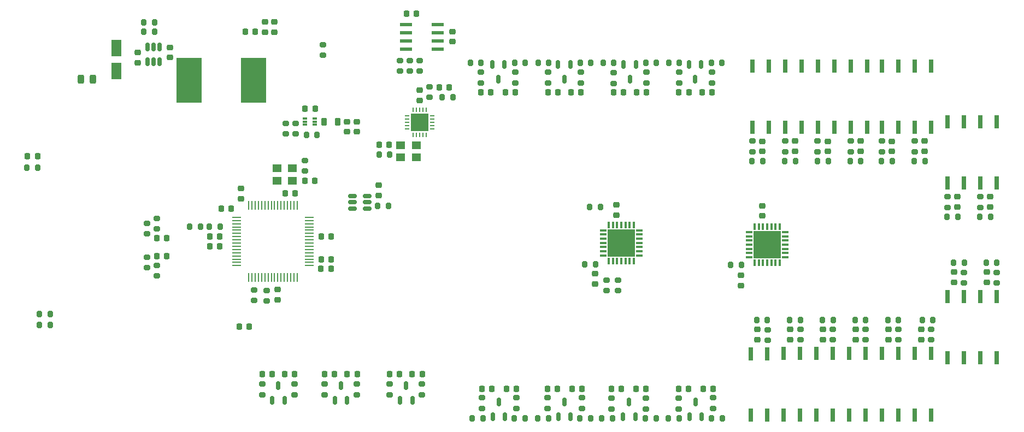
<source format=gbr>
%TF.GenerationSoftware,KiCad,Pcbnew,8.0.5*%
%TF.CreationDate,2024-09-28T09:45:59+02:00*%
%TF.ProjectId,PIC18F_ETH,50494331-3846-45f4-9554-482e6b696361,rev?*%
%TF.SameCoordinates,Original*%
%TF.FileFunction,Paste,Top*%
%TF.FilePolarity,Positive*%
%FSLAX46Y46*%
G04 Gerber Fmt 4.6, Leading zero omitted, Abs format (unit mm)*
G04 Created by KiCad (PCBNEW 8.0.5) date 2024-09-28 09:45:59*
%MOMM*%
%LPD*%
G01*
G04 APERTURE LIST*
G04 Aperture macros list*
%AMRoundRect*
0 Rectangle with rounded corners*
0 $1 Rounding radius*
0 $2 $3 $4 $5 $6 $7 $8 $9 X,Y pos of 4 corners*
0 Add a 4 corners polygon primitive as box body*
4,1,4,$2,$3,$4,$5,$6,$7,$8,$9,$2,$3,0*
0 Add four circle primitives for the rounded corners*
1,1,$1+$1,$2,$3*
1,1,$1+$1,$4,$5*
1,1,$1+$1,$6,$7*
1,1,$1+$1,$8,$9*
0 Add four rect primitives between the rounded corners*
20,1,$1+$1,$2,$3,$4,$5,0*
20,1,$1+$1,$4,$5,$6,$7,0*
20,1,$1+$1,$6,$7,$8,$9,0*
20,1,$1+$1,$8,$9,$2,$3,0*%
G04 Aperture macros list end*
%ADD10C,0.000000*%
%ADD11RoundRect,0.200000X-0.200000X-0.275000X0.200000X-0.275000X0.200000X0.275000X-0.200000X0.275000X0*%
%ADD12RoundRect,0.200000X-0.275000X0.200000X-0.275000X-0.200000X0.275000X-0.200000X0.275000X0.200000X0*%
%ADD13RoundRect,0.225000X0.250000X-0.225000X0.250000X0.225000X-0.250000X0.225000X-0.250000X-0.225000X0*%
%ADD14R,0.640000X2.000000*%
%ADD15RoundRect,0.200000X0.200000X0.275000X-0.200000X0.275000X-0.200000X-0.275000X0.200000X-0.275000X0*%
%ADD16RoundRect,0.225000X-0.225000X-0.250000X0.225000X-0.250000X0.225000X0.250000X-0.225000X0.250000X0*%
%ADD17RoundRect,0.200000X0.275000X-0.200000X0.275000X0.200000X-0.275000X0.200000X-0.275000X-0.200000X0*%
%ADD18RoundRect,0.225000X0.225000X0.250000X-0.225000X0.250000X-0.225000X-0.250000X0.225000X-0.250000X0*%
%ADD19RoundRect,0.218750X0.256250X-0.218750X0.256250X0.218750X-0.256250X0.218750X-0.256250X-0.218750X0*%
%ADD20RoundRect,0.225000X-0.250000X0.225000X-0.250000X-0.225000X0.250000X-0.225000X0.250000X0.225000X0*%
%ADD21RoundRect,0.150000X-0.150000X0.512500X-0.150000X-0.512500X0.150000X-0.512500X0.150000X0.512500X0*%
%ADD22RoundRect,0.085000X0.265000X0.085000X-0.265000X0.085000X-0.265000X-0.085000X0.265000X-0.085000X0*%
%ADD23R,4.000000X7.000000*%
%ADD24R,1.969999X0.558000*%
%ADD25RoundRect,0.218750X-0.256250X0.218750X-0.256250X-0.218750X0.256250X-0.218750X0.256250X0.218750X0*%
%ADD26RoundRect,0.150000X0.150000X-0.512500X0.150000X0.512500X-0.150000X0.512500X-0.150000X-0.512500X0*%
%ADD27RoundRect,0.218750X-0.218750X-0.256250X0.218750X-0.256250X0.218750X0.256250X-0.218750X0.256250X0*%
%ADD28RoundRect,0.150000X-0.512500X-0.150000X0.512500X-0.150000X0.512500X0.150000X-0.512500X0.150000X0*%
%ADD29RoundRect,0.243750X0.243750X0.456250X-0.243750X0.456250X-0.243750X-0.456250X0.243750X-0.456250X0*%
%ADD30R,0.304800X1.016000*%
%ADD31R,1.016000X0.304800*%
%ADD32R,4.191000X4.191000*%
%ADD33R,0.279400X1.461999*%
%ADD34R,1.461999X0.279400*%
%ADD35RoundRect,0.218750X-0.218750X-0.381250X0.218750X-0.381250X0.218750X0.381250X-0.218750X0.381250X0*%
%ADD36R,0.711200X0.254000*%
%ADD37R,0.254000X0.711200*%
%ADD38R,2.692400X2.692400*%
%ADD39R,1.400000X1.200000*%
%ADD40RoundRect,0.250000X0.550000X-1.050000X0.550000X1.050000X-0.550000X1.050000X-0.550000X-1.050000X0*%
G04 APERTURE END LIST*
D10*
%TO.C,U4002*%
G36*
X248200500Y-136125499D02*
G01*
X247003500Y-136125499D01*
X247003500Y-134928499D01*
X248200500Y-134928499D01*
X248200500Y-136125499D01*
G37*
G36*
X248200500Y-137522499D02*
G01*
X247003500Y-137522499D01*
X247003500Y-136325499D01*
X248200500Y-136325499D01*
X248200500Y-137522499D01*
G37*
G36*
X248200500Y-138919499D02*
G01*
X247003500Y-138919499D01*
X247003500Y-137722499D01*
X248200500Y-137722499D01*
X248200500Y-138919499D01*
G37*
G36*
X249597500Y-136125499D02*
G01*
X248400500Y-136125499D01*
X248400500Y-134928499D01*
X249597500Y-134928499D01*
X249597500Y-136125499D01*
G37*
G36*
X249597500Y-137522499D02*
G01*
X248400500Y-137522499D01*
X248400500Y-136325499D01*
X249597500Y-136325499D01*
X249597500Y-137522499D01*
G37*
G36*
X249597500Y-138919499D02*
G01*
X248400500Y-138919499D01*
X248400500Y-137722499D01*
X249597500Y-137722499D01*
X249597500Y-138919499D01*
G37*
G36*
X250994500Y-136125499D02*
G01*
X249797500Y-136125499D01*
X249797500Y-134928499D01*
X250994500Y-134928499D01*
X250994500Y-136125499D01*
G37*
G36*
X250994500Y-137522499D02*
G01*
X249797500Y-137522499D01*
X249797500Y-136325499D01*
X250994500Y-136325499D01*
X250994500Y-137522499D01*
G37*
G36*
X250994500Y-138919499D02*
G01*
X249797500Y-138919499D01*
X249797500Y-137722499D01*
X250994500Y-137722499D01*
X250994500Y-138919499D01*
G37*
%TO.C,U4001*%
G36*
X225594500Y-135833499D02*
G01*
X224397500Y-135833499D01*
X224397500Y-134636499D01*
X225594500Y-134636499D01*
X225594500Y-135833499D01*
G37*
G36*
X225594500Y-137230499D02*
G01*
X224397500Y-137230499D01*
X224397500Y-136033499D01*
X225594500Y-136033499D01*
X225594500Y-137230499D01*
G37*
G36*
X225594500Y-138627499D02*
G01*
X224397500Y-138627499D01*
X224397500Y-137430499D01*
X225594500Y-137430499D01*
X225594500Y-138627499D01*
G37*
G36*
X226991500Y-135833499D02*
G01*
X225794500Y-135833499D01*
X225794500Y-134636499D01*
X226991500Y-134636499D01*
X226991500Y-135833499D01*
G37*
G36*
X226991500Y-137230499D02*
G01*
X225794500Y-137230499D01*
X225794500Y-136033499D01*
X226991500Y-136033499D01*
X226991500Y-137230499D01*
G37*
G36*
X226991500Y-138627499D02*
G01*
X225794500Y-138627499D01*
X225794500Y-137430499D01*
X226991500Y-137430499D01*
X226991500Y-138627499D01*
G37*
G36*
X228388500Y-135833499D02*
G01*
X227191500Y-135833499D01*
X227191500Y-134636499D01*
X228388500Y-134636499D01*
X228388500Y-135833499D01*
G37*
G36*
X228388500Y-137230499D02*
G01*
X227191500Y-137230499D01*
X227191500Y-136033499D01*
X228388500Y-136033499D01*
X228388500Y-137230499D01*
G37*
G36*
X228388500Y-138627499D02*
G01*
X227191500Y-138627499D01*
X227191500Y-137430499D01*
X228388500Y-137430499D01*
X228388500Y-138627499D01*
G37*
%TO.C,U6002*%
G36*
X195056999Y-117880899D02*
G01*
X193910799Y-117880899D01*
X193910799Y-116734699D01*
X195056999Y-116734699D01*
X195056999Y-117880899D01*
G37*
G36*
X195056999Y-119227099D02*
G01*
X193910799Y-119227099D01*
X193910799Y-118080899D01*
X195056999Y-118080899D01*
X195056999Y-119227099D01*
G37*
G36*
X196403199Y-117880899D02*
G01*
X195256999Y-117880899D01*
X195256999Y-116734699D01*
X196403199Y-116734699D01*
X196403199Y-117880899D01*
G37*
G36*
X196403199Y-119227099D02*
G01*
X195256999Y-119227099D01*
X195256999Y-118080899D01*
X196403199Y-118080899D01*
X196403199Y-119227099D01*
G37*
%TD*%
D11*
%TO.C,R9023*%
X267669000Y-148569999D03*
X269319000Y-148569999D03*
%TD*%
D12*
%TO.C,R8001*%
X224869000Y-160718999D03*
X224869000Y-162368999D03*
%TD*%
D13*
%TO.C,C3008*%
X171157000Y-103958999D03*
X171157000Y-102408999D03*
%TD*%
D14*
%TO.C,U9015*%
X251747000Y-118713999D03*
X254287000Y-118713999D03*
X254287000Y-109213999D03*
X251747000Y-109213999D03*
%TD*%
D15*
%TO.C,R2003*%
X164226000Y-134091999D03*
X162576000Y-134091999D03*
%TD*%
%TO.C,R9030*%
X258460000Y-123931999D03*
X256810000Y-123931999D03*
%TD*%
D16*
%TO.C,C5001*%
X154407000Y-138673999D03*
X155957000Y-138673999D03*
%TD*%
D11*
%TO.C,R9022*%
X262589000Y-148569999D03*
X264239000Y-148569999D03*
%TD*%
D14*
%TO.C,U9006*%
X274399000Y-153807999D03*
X271859000Y-153807999D03*
X271859000Y-163307999D03*
X274399000Y-163307999D03*
%TD*%
D12*
%TO.C,R9007*%
X279479000Y-141202999D03*
X279479000Y-142852999D03*
%TD*%
D11*
%TO.C,R8032*%
X203008000Y-108731999D03*
X204658000Y-108731999D03*
%TD*%
D15*
%TO.C,R8012*%
X211470000Y-163829999D03*
X209820000Y-163829999D03*
%TD*%
D17*
%TO.C,R9015*%
X251747000Y-122490999D03*
X251747000Y-120840999D03*
%TD*%
D18*
%TO.C,C8004*%
X230216000Y-159257999D03*
X228666000Y-159257999D03*
%TD*%
D16*
%TO.C,C8002*%
X224856000Y-159257999D03*
X226406000Y-159257999D03*
%TD*%
%TO.C,C8012*%
X215009000Y-113303999D03*
X216559000Y-113303999D03*
%TD*%
D11*
%TO.C,R2001*%
X188639000Y-130875999D03*
X190289000Y-130875999D03*
%TD*%
D12*
%TO.C,R8003*%
X235283000Y-160718999D03*
X235283000Y-162368999D03*
%TD*%
D17*
%TO.C,R9012*%
X266733000Y-122490999D03*
X266733000Y-120840999D03*
%TD*%
D14*
%TO.C,U9001*%
X248999000Y-153869999D03*
X246459000Y-153869999D03*
X246459000Y-163369999D03*
X248999000Y-163369999D03*
%TD*%
D13*
%TO.C,C3009*%
X151463000Y-108704999D03*
X151463000Y-107154999D03*
%TD*%
D17*
%TO.C,R2002*%
X171407000Y-145647999D03*
X171407000Y-143997999D03*
%TD*%
D12*
%TO.C,R5004*%
X152907000Y-138848999D03*
X152907000Y-140498999D03*
%TD*%
D19*
%TO.C,D9007*%
X267795000Y-151617999D03*
X267795000Y-150042999D03*
%TD*%
D20*
%TO.C,C3005*%
X183907000Y-117873999D03*
X183907000Y-119423999D03*
%TD*%
D21*
%TO.C,U3001*%
X154857000Y-106286499D03*
X153907000Y-106286499D03*
X152957000Y-106286499D03*
X152957000Y-108561499D03*
X153907000Y-108561499D03*
X154857000Y-108561499D03*
%TD*%
D13*
%TO.C,C3002*%
X172657000Y-103958999D03*
X172657000Y-102408999D03*
%TD*%
D11*
%TO.C,R8010*%
X203279000Y-163829999D03*
X204929000Y-163829999D03*
%TD*%
D17*
%TO.C,R3004*%
X175907000Y-119748999D03*
X175907000Y-118098999D03*
%TD*%
D12*
%TO.C,R4004*%
X180429000Y-158549999D03*
X180429000Y-160199999D03*
%TD*%
D15*
%TO.C,R9032*%
X248300000Y-123931999D03*
X246650000Y-123931999D03*
%TD*%
D22*
%TO.C,U3002*%
X178883000Y-118335999D03*
X178883000Y-117835999D03*
X178883000Y-117335999D03*
X177383000Y-117335999D03*
X177383000Y-117835999D03*
X177383000Y-118335999D03*
%TD*%
D18*
%TO.C,C4001*%
X195522000Y-156951999D03*
X193972000Y-156951999D03*
%TD*%
%TO.C,C8014*%
X209942000Y-113303999D03*
X208392000Y-113303999D03*
%TD*%
D21*
%TO.C,D8008*%
X218499000Y-108996999D03*
X216599000Y-108996999D03*
X217549000Y-111271999D03*
%TD*%
D16*
%TO.C,C4006*%
X170742000Y-156951999D03*
X172292000Y-156951999D03*
%TD*%
D12*
%TO.C,R5005*%
X152907000Y-133598999D03*
X152907000Y-135248999D03*
%TD*%
%TO.C,R9003*%
X259159000Y-150030999D03*
X259159000Y-151680999D03*
%TD*%
D19*
%TO.C,D9004*%
X252555000Y-151617999D03*
X252555000Y-150042999D03*
%TD*%
D20*
%TO.C,C6004*%
X200185000Y-103868002D03*
X200185000Y-105418002D03*
%TD*%
D15*
%TO.C,R2006*%
X223154000Y-131043999D03*
X221504000Y-131043999D03*
%TD*%
D14*
%TO.C,U9003*%
X259159000Y-153807999D03*
X256619000Y-153807999D03*
X256619000Y-163307999D03*
X259159000Y-163307999D03*
%TD*%
D12*
%TO.C,R8002*%
X230203000Y-160718999D03*
X230203000Y-162368999D03*
%TD*%
D15*
%TO.C,R8029*%
X231836000Y-108731999D03*
X230186000Y-108731999D03*
%TD*%
D17*
%TO.C,R8018*%
X235329000Y-111842999D03*
X235329000Y-110192999D03*
%TD*%
D23*
%TO.C,L3001*%
X159407000Y-111423999D03*
X169407000Y-111423999D03*
%TD*%
D12*
%TO.C,R4001*%
X195497000Y-158549999D03*
X195497000Y-160199999D03*
%TD*%
%TO.C,R8005*%
X204803000Y-160655999D03*
X204803000Y-162305999D03*
%TD*%
D24*
%TO.C,U6003*%
X197956300Y-106578999D03*
X197956300Y-105308999D03*
X197956300Y-104038999D03*
X197956300Y-102768999D03*
X193028700Y-102768999D03*
X193028700Y-104038999D03*
X193028700Y-105308999D03*
X193028700Y-106578999D03*
%TD*%
D14*
%TO.C,U9016*%
X246667000Y-118713999D03*
X249207000Y-118713999D03*
X249207000Y-109213999D03*
X246667000Y-109213999D03*
%TD*%
D12*
%TO.C,R4002*%
X190497000Y-158549999D03*
X190497000Y-160199999D03*
%TD*%
D13*
%TO.C,C6002*%
X195151000Y-114546999D03*
X195151000Y-112996999D03*
%TD*%
D15*
%TO.C,R2007*%
X200294000Y-114025999D03*
X198644000Y-114025999D03*
%TD*%
D12*
%TO.C,R3005*%
X174407000Y-118098999D03*
X174407000Y-119748999D03*
%TD*%
D16*
%TO.C,C6003*%
X193073000Y-101087002D03*
X194623000Y-101087002D03*
%TD*%
D12*
%TO.C,R9002*%
X254125000Y-150030999D03*
X254125000Y-151680999D03*
%TD*%
D19*
%TO.C,D9006*%
X262715000Y-151617999D03*
X262715000Y-150042999D03*
%TD*%
%TO.C,D9005*%
X257635000Y-151617999D03*
X257635000Y-150042999D03*
%TD*%
D18*
%TO.C,C8003*%
X210150000Y-159257999D03*
X208600000Y-159257999D03*
%TD*%
D16*
%TO.C,C2010*%
X179857000Y-140673999D03*
X181407000Y-140673999D03*
%TD*%
D17*
%TO.C,R2010*%
X224107000Y-144060999D03*
X224107000Y-142410999D03*
%TD*%
D12*
%TO.C,R4003*%
X185429000Y-158549999D03*
X185429000Y-160199999D03*
%TD*%
D18*
%TO.C,C2005*%
X164176000Y-137139999D03*
X162626000Y-137139999D03*
%TD*%
D15*
%TO.C,R3003*%
X179232000Y-119923999D03*
X177582000Y-119923999D03*
%TD*%
D12*
%TO.C,R9005*%
X269319000Y-150030999D03*
X269319000Y-151680999D03*
%TD*%
D16*
%TO.C,C2002*%
X179882000Y-135673999D03*
X181432000Y-135673999D03*
%TD*%
D15*
%TO.C,R9028*%
X268366000Y-123931999D03*
X266716000Y-123931999D03*
%TD*%
D16*
%TO.C,C2003*%
X177371000Y-126979999D03*
X178921000Y-126979999D03*
%TD*%
D15*
%TO.C,R9031*%
X253380000Y-123931999D03*
X251730000Y-123931999D03*
%TD*%
D25*
%TO.C,D9015*%
X253317000Y-120858499D03*
X253317000Y-122433499D03*
%TD*%
D17*
%TO.C,R2009*%
X169497000Y-145584999D03*
X169497000Y-143934999D03*
%TD*%
%TO.C,R8024*%
X204595000Y-111842999D03*
X204595000Y-110192999D03*
%TD*%
%TO.C,R6005*%
X192103000Y-110024999D03*
X192103000Y-108374999D03*
%TD*%
D15*
%TO.C,R8030*%
X211516000Y-108731999D03*
X209866000Y-108731999D03*
%TD*%
%TO.C,R8015*%
X242013000Y-163829999D03*
X240363000Y-163829999D03*
%TD*%
D11*
%TO.C,R4008*%
X243348000Y-140084000D03*
X244998000Y-140084000D03*
%TD*%
D19*
%TO.C,D9003*%
X247475000Y-151643499D03*
X247475000Y-150068499D03*
%TD*%
D26*
%TO.C,D4002*%
X181979000Y-161082499D03*
X183879000Y-161082499D03*
X182929000Y-158807499D03*
%TD*%
D18*
%TO.C,C8009*%
X240422000Y-113303999D03*
X238872000Y-113303999D03*
%TD*%
D16*
%TO.C,C2007*%
X179882000Y-139173999D03*
X181432000Y-139173999D03*
%TD*%
D14*
%TO.C,U9009*%
X281973000Y-127349999D03*
X284513000Y-127349999D03*
X284513000Y-117849999D03*
X281973000Y-117849999D03*
%TD*%
%TO.C,U9005*%
X269319000Y-153807999D03*
X266779000Y-153807999D03*
X266779000Y-163307999D03*
X269319000Y-163307999D03*
%TD*%
D20*
%TO.C,C2011*%
X173157000Y-143898999D03*
X173157000Y-145448999D03*
%TD*%
D15*
%TO.C,R9026*%
X278526000Y-132567999D03*
X276876000Y-132567999D03*
%TD*%
D17*
%TO.C,R9016*%
X246667000Y-122490999D03*
X246667000Y-120840999D03*
%TD*%
%TO.C,R6006*%
X180157000Y-107573999D03*
X180157000Y-105923999D03*
%TD*%
D13*
%TO.C,C2009*%
X167465000Y-129786999D03*
X167465000Y-128236999D03*
%TD*%
D18*
%TO.C,C4005*%
X175792000Y-156951999D03*
X174242000Y-156951999D03*
%TD*%
D12*
%TO.C,R6003*%
X193627000Y-108374999D03*
X193627000Y-110024999D03*
%TD*%
D20*
%TO.C,C3007*%
X185383000Y-117835999D03*
X185383000Y-119385999D03*
%TD*%
D21*
%TO.C,D8005*%
X228659000Y-108996999D03*
X226759000Y-108996999D03*
X227709000Y-111271999D03*
%TD*%
D14*
%TO.C,U9011*%
X271813000Y-118713999D03*
X274353000Y-118713999D03*
X274353000Y-109213999D03*
X271813000Y-109213999D03*
%TD*%
D27*
%TO.C,D3002*%
X134369500Y-123173999D03*
X135944500Y-123173999D03*
%TD*%
D16*
%TO.C,C5002*%
X154407000Y-135923999D03*
X155957000Y-135923999D03*
%TD*%
D15*
%TO.C,R3001*%
X154057000Y-102423999D03*
X152407000Y-102423999D03*
%TD*%
D14*
%TO.C,U9007*%
X279479000Y-144979999D03*
X276939000Y-144979999D03*
X276939000Y-154479999D03*
X279479000Y-154479999D03*
%TD*%
D28*
%TO.C,U2001*%
X184748000Y-129397999D03*
X184748000Y-130347999D03*
X184748000Y-131297999D03*
X187023000Y-131297999D03*
X187023000Y-130347999D03*
X187023000Y-129397999D03*
%TD*%
D14*
%TO.C,U9008*%
X284559000Y-144979999D03*
X282019000Y-144979999D03*
X282019000Y-154479999D03*
X284559000Y-154479999D03*
%TD*%
D16*
%TO.C,C8001*%
X204790000Y-159257999D03*
X206340000Y-159257999D03*
%TD*%
%TO.C,C2004*%
X174310000Y-128923999D03*
X175860000Y-128923999D03*
%TD*%
D13*
%TO.C,C2001*%
X188812000Y-129278999D03*
X188812000Y-127728999D03*
%TD*%
D29*
%TO.C,D3001*%
X144526500Y-111231999D03*
X142651500Y-111231999D03*
%TD*%
D11*
%TO.C,R9020*%
X252492000Y-148569999D03*
X254142000Y-148569999D03*
%TD*%
D25*
%TO.C,D9014*%
X258397000Y-120883999D03*
X258397000Y-122458999D03*
%TD*%
D17*
%TO.C,R9013*%
X261907000Y-122490999D03*
X261907000Y-120840999D03*
%TD*%
%TO.C,R8017*%
X240409000Y-111842999D03*
X240409000Y-110192999D03*
%TD*%
D11*
%TO.C,R8014*%
X213439000Y-163829999D03*
X215089000Y-163829999D03*
%TD*%
D17*
%TO.C,R8020*%
X225169000Y-111905999D03*
X225169000Y-110255999D03*
%TD*%
D15*
%TO.C,R2005*%
X161178000Y-134091999D03*
X159528000Y-134091999D03*
%TD*%
D25*
%TO.C,D9013*%
X263477000Y-120858499D03*
X263477000Y-122433499D03*
%TD*%
D20*
%TO.C,C4009*%
X222329000Y-141444999D03*
X222329000Y-142994999D03*
%TD*%
D17*
%TO.C,R5003*%
X154407000Y-141748999D03*
X154407000Y-140098999D03*
%TD*%
D25*
%TO.C,D9011*%
X273383000Y-120858499D03*
X273383000Y-122433499D03*
%TD*%
D11*
%TO.C,R8028*%
X213485000Y-108731999D03*
X215135000Y-108731999D03*
%TD*%
D12*
%TO.C,R9006*%
X274399000Y-150030999D03*
X274399000Y-151680999D03*
%TD*%
D11*
%TO.C,R9024*%
X277892000Y-139679999D03*
X279542000Y-139679999D03*
%TD*%
D30*
%TO.C,U4002*%
X250949001Y-134129999D03*
X250299000Y-134129999D03*
X249648999Y-134129999D03*
X248999000Y-134129999D03*
X248349001Y-134129999D03*
X247699000Y-134129999D03*
X247049001Y-134129999D03*
D31*
X246205000Y-134973998D03*
X246205000Y-135623999D03*
X246205000Y-136273998D03*
X246205000Y-136923999D03*
X246205000Y-137573998D03*
X246205000Y-138223999D03*
X246205000Y-138873998D03*
D30*
X247048999Y-139717999D03*
X247699000Y-139717999D03*
X248348999Y-139717999D03*
X248999000Y-139717999D03*
X249648999Y-139717999D03*
X250299000Y-139717999D03*
X250948999Y-139717999D03*
D31*
X251793000Y-138874000D03*
X251793000Y-138223999D03*
X251793000Y-137574000D03*
X251793000Y-136923999D03*
X251793000Y-136274000D03*
X251793000Y-135623999D03*
X251793000Y-134974000D03*
D32*
X248999000Y-136923999D03*
%TD*%
D21*
%TO.C,D8007*%
X238773000Y-108956999D03*
X236873000Y-108956999D03*
X237823000Y-111231999D03*
%TD*%
D18*
%TO.C,C6001*%
X190432000Y-121423999D03*
X188882000Y-121423999D03*
%TD*%
D12*
%TO.C,R9008*%
X284559000Y-141202999D03*
X284559000Y-142852999D03*
%TD*%
D14*
%TO.C,U9002*%
X254079000Y-153807999D03*
X251539000Y-153807999D03*
X251539000Y-163307999D03*
X254079000Y-163307999D03*
%TD*%
D13*
%TO.C,C4010*%
X244935000Y-143248999D03*
X244935000Y-141698999D03*
%TD*%
D26*
%TO.C,D4003*%
X172291000Y-161082499D03*
X174191000Y-161082499D03*
X173241000Y-158807499D03*
%TD*%
D11*
%TO.C,R8013*%
X233696000Y-163829999D03*
X235346000Y-163829999D03*
%TD*%
D20*
%TO.C,C3003*%
X156407000Y-106373999D03*
X156407000Y-107923999D03*
%TD*%
D26*
%TO.C,D4001*%
X192103000Y-161082499D03*
X194003000Y-161082499D03*
X193053000Y-158807499D03*
%TD*%
D12*
%TO.C,R9001*%
X249045000Y-150092999D03*
X249045000Y-151742999D03*
%TD*%
D19*
%TO.C,D9001*%
X283035000Y-142727999D03*
X283035000Y-141152999D03*
%TD*%
D15*
%TO.C,R8026*%
X221676000Y-108731999D03*
X220026000Y-108731999D03*
%TD*%
D14*
%TO.C,U9012*%
X266733000Y-118713999D03*
X269273000Y-118713999D03*
X269273000Y-109213999D03*
X266733000Y-109213999D03*
%TD*%
D26*
%TO.C,D8003*%
X206459000Y-163575999D03*
X208359000Y-163575999D03*
X207409000Y-161300999D03*
%TD*%
D33*
%TO.C,U2002*%
X168657000Y-142042997D03*
X169156999Y-142042997D03*
X169657000Y-142042997D03*
X170156999Y-142042997D03*
X170657001Y-142042997D03*
X171157000Y-142042997D03*
X171656999Y-142042997D03*
X172157000Y-142042997D03*
X172657000Y-142042997D03*
X173157001Y-142042997D03*
X173657000Y-142042997D03*
X174156999Y-142042997D03*
X174657001Y-142042997D03*
X175157000Y-142042997D03*
X175657001Y-142042997D03*
X176157000Y-142042997D03*
D34*
X178025998Y-140173999D03*
X178025998Y-139674000D03*
X178025998Y-139173999D03*
X178025998Y-138674000D03*
X178025998Y-138173998D03*
X178025998Y-137673999D03*
X178025998Y-137174000D03*
X178025998Y-136673999D03*
X178025998Y-136173999D03*
X178025998Y-135673998D03*
X178025998Y-135173999D03*
X178025998Y-134674000D03*
X178025998Y-134173998D03*
X178025998Y-133673999D03*
X178025998Y-133173998D03*
X178025998Y-132673999D03*
D33*
X176157000Y-130805001D03*
X175657001Y-130805001D03*
X175157000Y-130805001D03*
X174657001Y-130805001D03*
X174156999Y-130805001D03*
X173657000Y-130805001D03*
X173157001Y-130805001D03*
X172657000Y-130805001D03*
X172157000Y-130805001D03*
X171656999Y-130805001D03*
X171157000Y-130805001D03*
X170657001Y-130805001D03*
X170156999Y-130805001D03*
X169657000Y-130805001D03*
X169156999Y-130805001D03*
X168657000Y-130805001D03*
D34*
X166788002Y-132673999D03*
X166788002Y-133173998D03*
X166788002Y-133673999D03*
X166788002Y-134173998D03*
X166788002Y-134674000D03*
X166788002Y-135173999D03*
X166788002Y-135673998D03*
X166788002Y-136173999D03*
X166788002Y-136673999D03*
X166788002Y-137174000D03*
X166788002Y-137673999D03*
X166788002Y-138173998D03*
X166788002Y-138674000D03*
X166788002Y-139173999D03*
X166788002Y-139674000D03*
X166788002Y-140173999D03*
%TD*%
D17*
%TO.C,R8019*%
X230249000Y-111842999D03*
X230249000Y-110192999D03*
%TD*%
D26*
%TO.C,D8001*%
X236939000Y-163575999D03*
X238839000Y-163575999D03*
X237889000Y-161300999D03*
%TD*%
D18*
%TO.C,C8013*%
X230262000Y-113303999D03*
X228712000Y-113303999D03*
%TD*%
D15*
%TO.C,R9027*%
X273446000Y-123931999D03*
X271796000Y-123931999D03*
%TD*%
D30*
%TO.C,U4001*%
X228343001Y-133837999D03*
X227693000Y-133837999D03*
X227042999Y-133837999D03*
X226393000Y-133837999D03*
X225743001Y-133837999D03*
X225093000Y-133837999D03*
X224443001Y-133837999D03*
D31*
X223599000Y-134681998D03*
X223599000Y-135331999D03*
X223599000Y-135981998D03*
X223599000Y-136631999D03*
X223599000Y-137281998D03*
X223599000Y-137931999D03*
X223599000Y-138581998D03*
D30*
X224442999Y-139425999D03*
X225093000Y-139425999D03*
X225742999Y-139425999D03*
X226393000Y-139425999D03*
X227042999Y-139425999D03*
X227693000Y-139425999D03*
X228342999Y-139425999D03*
D31*
X229187000Y-138582000D03*
X229187000Y-137931999D03*
X229187000Y-137282000D03*
X229187000Y-136631999D03*
X229187000Y-135982000D03*
X229187000Y-135331999D03*
X229187000Y-134682000D03*
D32*
X226393000Y-136631999D03*
%TD*%
D18*
%TO.C,C4003*%
X185454000Y-156951999D03*
X183904000Y-156951999D03*
%TD*%
D11*
%TO.C,R9018*%
X273003000Y-148569999D03*
X274653000Y-148569999D03*
%TD*%
D14*
%TO.C,U9004*%
X264239000Y-153807999D03*
X261699000Y-153807999D03*
X261699000Y-163307999D03*
X264239000Y-163307999D03*
%TD*%
D17*
%TO.C,R9014*%
X256797000Y-122490999D03*
X256797000Y-120840999D03*
%TD*%
D16*
%TO.C,C4004*%
X180404000Y-156951999D03*
X181954000Y-156951999D03*
%TD*%
D35*
%TO.C,L3002*%
X180320500Y-117835999D03*
X182445500Y-117835999D03*
%TD*%
D18*
%TO.C,C8008*%
X240630000Y-159257999D03*
X239080000Y-159257999D03*
%TD*%
D15*
%TO.C,R8016*%
X221630000Y-163829999D03*
X219980000Y-163829999D03*
%TD*%
D36*
%TO.C,U6002*%
X193213899Y-116980898D03*
X193213899Y-117480900D03*
X193213899Y-117980899D03*
X193213899Y-118480898D03*
X193213899Y-118980900D03*
D37*
X194156998Y-119923999D03*
X194657000Y-119923999D03*
X195156999Y-119923999D03*
X195656998Y-119923999D03*
X196157000Y-119923999D03*
D36*
X197100099Y-118980900D03*
X197100099Y-118480898D03*
X197100099Y-117980899D03*
X197100099Y-117480900D03*
X197100099Y-116980898D03*
D37*
X196157000Y-116037799D03*
X195656998Y-116037799D03*
X195156999Y-116037799D03*
X194657000Y-116037799D03*
X194156998Y-116037799D03*
D38*
X195156999Y-117980899D03*
%TD*%
D11*
%TO.C,R9019*%
X247349000Y-148569999D03*
X248999000Y-148569999D03*
%TD*%
%TO.C,R9021*%
X257572000Y-148569999D03*
X259222000Y-148569999D03*
%TD*%
D17*
%TO.C,R8023*%
X209929000Y-111842999D03*
X209929000Y-110192999D03*
%TD*%
D14*
%TO.C,U9010*%
X276893000Y-127349999D03*
X279433000Y-127349999D03*
X279433000Y-117849999D03*
X276893000Y-117849999D03*
%TD*%
D12*
%TO.C,R8007*%
X214963000Y-160655999D03*
X214963000Y-162305999D03*
%TD*%
D25*
%TO.C,D9016*%
X248237000Y-120883999D03*
X248237000Y-122458999D03*
%TD*%
D11*
%TO.C,R3002*%
X152407000Y-103923999D03*
X154057000Y-103923999D03*
%TD*%
D13*
%TO.C,C4007*%
X225631000Y-132326999D03*
X225631000Y-130776999D03*
%TD*%
D16*
%TO.C,C8006*%
X235270000Y-159257999D03*
X236820000Y-159257999D03*
%TD*%
D18*
%TO.C,C3006*%
X178933000Y-115835999D03*
X177383000Y-115835999D03*
%TD*%
D12*
%TO.C,R8004*%
X240617000Y-160655999D03*
X240617000Y-162305999D03*
%TD*%
D15*
%TO.C,R5002*%
X137873000Y-147673999D03*
X136223000Y-147673999D03*
%TD*%
D12*
%TO.C,R4006*%
X170767000Y-158549999D03*
X170767000Y-160199999D03*
%TD*%
D11*
%TO.C,R8009*%
X223345000Y-163829999D03*
X224995000Y-163829999D03*
%TD*%
D15*
%TO.C,R9029*%
X263477000Y-123931999D03*
X261827000Y-123931999D03*
%TD*%
D19*
%TO.C,D9008*%
X277955000Y-142753499D03*
X277955000Y-141178499D03*
%TD*%
D39*
%TO.C,U6001*%
X192207000Y-123373999D03*
X194607000Y-123373999D03*
X194607000Y-121473999D03*
X192207000Y-121473999D03*
%TD*%
D11*
%TO.C,R4007*%
X220742000Y-139933999D03*
X222392000Y-139933999D03*
%TD*%
D14*
%TO.C,U9014*%
X256827000Y-118713999D03*
X259367000Y-118713999D03*
X259367000Y-109213999D03*
X256827000Y-109213999D03*
%TD*%
D18*
%TO.C,C2006*%
X164176000Y-135615999D03*
X162626000Y-135615999D03*
%TD*%
D16*
%TO.C,C6005*%
X198173000Y-112501999D03*
X199723000Y-112501999D03*
%TD*%
D26*
%TO.C,D8002*%
X226647000Y-163575999D03*
X228547000Y-163575999D03*
X227597000Y-161300999D03*
%TD*%
D14*
%TO.C,U9013*%
X261907000Y-118713999D03*
X264447000Y-118713999D03*
X264447000Y-109213999D03*
X261907000Y-109213999D03*
%TD*%
D26*
%TO.C,D8004*%
X216619000Y-163575999D03*
X218519000Y-163575999D03*
X217569000Y-161300999D03*
%TD*%
D16*
%TO.C,C4002*%
X190472000Y-156951999D03*
X192022000Y-156951999D03*
%TD*%
D12*
%TO.C,R6002*%
X196675000Y-112438999D03*
X196675000Y-114088999D03*
%TD*%
D25*
%TO.C,D9012*%
X268303000Y-120883999D03*
X268303000Y-122458999D03*
%TD*%
D11*
%TO.C,R6001*%
X188832000Y-122923999D03*
X190482000Y-122923999D03*
%TD*%
D17*
%TO.C,R2004*%
X177371000Y-125518999D03*
X177371000Y-123868999D03*
%TD*%
%TO.C,R8021*%
X220089000Y-111842999D03*
X220089000Y-110192999D03*
%TD*%
D12*
%TO.C,R8008*%
X220297000Y-160655999D03*
X220297000Y-162305999D03*
%TD*%
D11*
%TO.C,R9017*%
X282909000Y-139679999D03*
X284559000Y-139679999D03*
%TD*%
D15*
%TO.C,R8025*%
X241996000Y-108731999D03*
X240346000Y-108731999D03*
%TD*%
D17*
%TO.C,R2008*%
X225885000Y-144060999D03*
X225885000Y-142410999D03*
%TD*%
D18*
%TO.C,C2012*%
X168748000Y-149585999D03*
X167198000Y-149585999D03*
%TD*%
D39*
%TO.C,U2003*%
X175453000Y-125079999D03*
X173053000Y-125079999D03*
X173053000Y-126979999D03*
X175453000Y-126979999D03*
%TD*%
D15*
%TO.C,R5001*%
X137873000Y-149331999D03*
X136223000Y-149331999D03*
%TD*%
D13*
%TO.C,C4008*%
X248237000Y-132477000D03*
X248237000Y-130927000D03*
%TD*%
D17*
%TO.C,R6004*%
X195151000Y-110024999D03*
X195151000Y-108374999D03*
%TD*%
D15*
%TO.C,R9025*%
X283606000Y-132567999D03*
X281956000Y-132567999D03*
%TD*%
D18*
%TO.C,C8010*%
X220102000Y-113303999D03*
X218552000Y-113303999D03*
%TD*%
D17*
%TO.C,R8022*%
X215009000Y-111842999D03*
X215009000Y-110192999D03*
%TD*%
%TO.C,R9011*%
X271813000Y-122490999D03*
X271813000Y-120840999D03*
%TD*%
D16*
%TO.C,C8015*%
X225156000Y-113303999D03*
X226706000Y-113303999D03*
%TD*%
D17*
%TO.C,R9009*%
X281973000Y-131126999D03*
X281973000Y-129476999D03*
%TD*%
D16*
%TO.C,C8005*%
X214950000Y-159257999D03*
X216500000Y-159257999D03*
%TD*%
D25*
%TO.C,D9009*%
X283543000Y-129494499D03*
X283543000Y-131069499D03*
%TD*%
D18*
%TO.C,C3004*%
X169682000Y-103923999D03*
X168132000Y-103923999D03*
%TD*%
D19*
%TO.C,D9002*%
X272875000Y-151643499D03*
X272875000Y-150068499D03*
%TD*%
D11*
%TO.C,R8031*%
X223582000Y-108731999D03*
X225232000Y-108731999D03*
%TD*%
D15*
%TO.C,R8011*%
X231790000Y-163829999D03*
X230140000Y-163829999D03*
%TD*%
D12*
%TO.C,R8006*%
X210137000Y-160655999D03*
X210137000Y-162305999D03*
%TD*%
D15*
%TO.C,R3006*%
X135944500Y-124951999D03*
X134294500Y-124951999D03*
%TD*%
D21*
%TO.C,D8006*%
X208293000Y-108956999D03*
X206393000Y-108956999D03*
X207343000Y-111231999D03*
%TD*%
D25*
%TO.C,D9010*%
X278463000Y-129494499D03*
X278463000Y-131069499D03*
%TD*%
D16*
%TO.C,C8011*%
X235303000Y-113303999D03*
X236853000Y-113303999D03*
%TD*%
%TO.C,C8016*%
X204582000Y-113303999D03*
X206132000Y-113303999D03*
%TD*%
D40*
%TO.C,C3001*%
X148161000Y-110023999D03*
X148161000Y-106423999D03*
%TD*%
D17*
%TO.C,R5006*%
X154407000Y-134498999D03*
X154407000Y-132848999D03*
%TD*%
D18*
%TO.C,C8007*%
X220310000Y-159257999D03*
X218760000Y-159257999D03*
%TD*%
D17*
%TO.C,R9010*%
X276893000Y-131126999D03*
X276893000Y-129476999D03*
%TD*%
D12*
%TO.C,R4005*%
X175767000Y-158549999D03*
X175767000Y-160199999D03*
%TD*%
D11*
%TO.C,R8027*%
X233742000Y-108731999D03*
X235392000Y-108731999D03*
%TD*%
D12*
%TO.C,R9004*%
X264239000Y-150030999D03*
X264239000Y-151680999D03*
%TD*%
D18*
%TO.C,C2008*%
X165954000Y-131297999D03*
X164404000Y-131297999D03*
%TD*%
M02*

</source>
